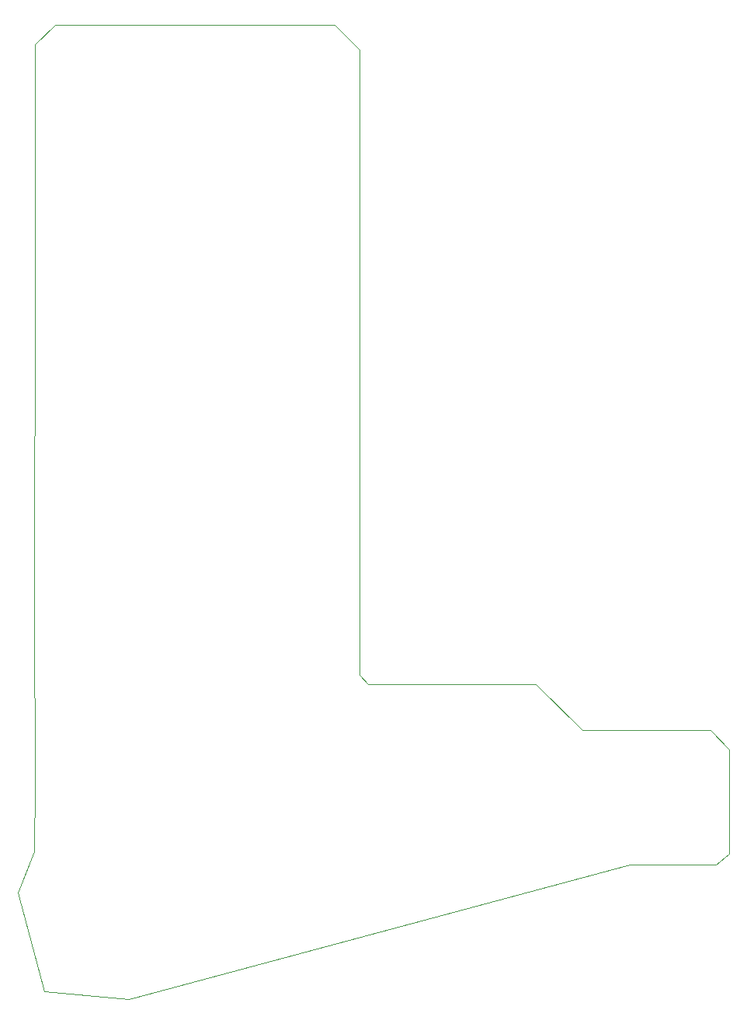
<source format=gbr>
G04 #@! TF.GenerationSoftware,KiCad,Pcbnew,(5.1.4)-1*
G04 #@! TF.CreationDate,2023-05-19T09:14:30-04:00*
G04 #@! TF.ProjectId,ThumbsUp,5468756d-6273-4557-902e-6b696361645f,rev?*
G04 #@! TF.SameCoordinates,Original*
G04 #@! TF.FileFunction,Profile,NP*
%FSLAX46Y46*%
G04 Gerber Fmt 4.6, Leading zero omitted, Abs format (unit mm)*
G04 Created by KiCad (PCBNEW (5.1.4)-1) date 2023-05-19 09:14:30*
%MOMM*%
%LPD*%
G04 APERTURE LIST*
%ADD10C,0.050000*%
G04 APERTURE END LIST*
D10*
X189412025Y-373560322D02*
X189412025Y-371360322D01*
X208700000Y-440500000D02*
X213700000Y-445500000D01*
X227700000Y-445500000D02*
X213700000Y-445500000D01*
X208700000Y-440500000D02*
X190400000Y-440500000D01*
X189400000Y-439500000D02*
X190400000Y-440500000D01*
X189412025Y-392610322D02*
X189412025Y-373560322D01*
X154023238Y-374764941D02*
X154023238Y-372564941D01*
X154023238Y-374764941D02*
X154023238Y-393814941D01*
X227700000Y-445500000D02*
X229712025Y-447600000D01*
X219112025Y-460110322D02*
X228312025Y-460110323D01*
X186712025Y-368660322D02*
X189412025Y-371360322D01*
X219112025Y-460110322D02*
X218912025Y-460110323D01*
X218912025Y-460110323D02*
X164303913Y-474809185D01*
X189412025Y-392610322D02*
X189400000Y-439500000D01*
X229712025Y-447600000D02*
X229712025Y-458910323D01*
X229712025Y-458910323D02*
X228312025Y-460110323D01*
X186712025Y-368660322D02*
X156212026Y-368660322D01*
X155082510Y-473946632D02*
X164303913Y-474809185D01*
X154014855Y-451416095D02*
X154009034Y-450396466D01*
X154021905Y-370806391D02*
X156212026Y-368660322D01*
X154002490Y-458734349D02*
X152204378Y-463184833D01*
X154023238Y-372564941D02*
X154021905Y-370806391D01*
X154023238Y-393814941D02*
X153997497Y-433386766D01*
X153997497Y-433386766D02*
X154009034Y-450396466D01*
X154002490Y-458734349D02*
X154014855Y-451416095D01*
X155082510Y-473946632D02*
X152204378Y-463184833D01*
M02*

</source>
